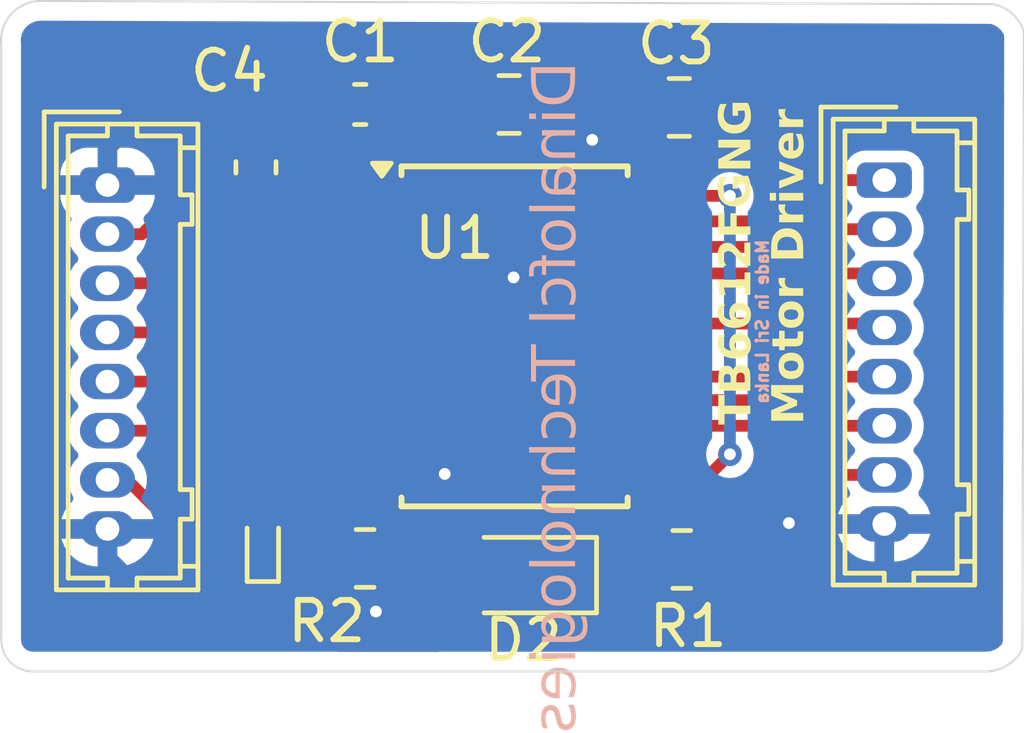
<source format=kicad_pcb>
(kicad_pcb (version 20240108) (generator "pcbnew") (generator_version "8.0")
  (layers (0 "F.Cu" signal) (31 "B.Cu" signal) (34 "B.Paste" user) (35 "F.Paste" user) (36 "B.SilkS" user "B.Silkscreen") (37 "F.SilkS" user "F.Silkscreen") (38 "B.Mask" user) (39 "F.Mask" user) (44 "Edge.Cuts" user))
  (net 0 "")
  (net 1 "GND")
  (net 2 "VM")
  (net 3 "Net-(C3-Pad1)")
  (net 4 "VCC")
  (net 5 "VMOT")
  (net 6 "Net-(D2-A)")
  (net 7 "/A01")
  (net 8 "/B02")
  (net 9 "/B01")
  (net 10 "/A02")
  (net 11 "/BIN2")
  (net 12 "/AIN2")
  (net 13 "/BIN1")
  (net 14 "/AIN1")
  (net 15 "/PWMA")
  (net 16 "/PWMB")
  (net 17 "/STBY")
  (footprint "Capacitor_SMD:C_0603_1608Metric_Pad1.08x0.95mm_HandSolder" (layer "F.Cu") (at 125.35 75.85 180)
    (property "Reference" "C1" (at 0 1.6 0) (layer "F.SilkS"))
    (property "Value" "0.1u" (hide yes))
    (fp_line (start -0.146267 0.51) (end 0.146267 0.51) (stroke (width 0.12)) (layer "F.SilkS"))
    (fp_line (start -0.146267 -0.51) (end 0.146267 -0.51) (stroke (width 0.12)) (layer "F.SilkS"))
    (pad "1" smd roundrect (at -0.8625 0 180) (size 1.075 0.95) (layers "F.Cu" "F.Paste" "F.Mask") (net 2 "VM"))
    (pad "2" smd roundrect (at 0.8625 0 180) (size 1.075 0.95) (layers "F.Cu" "F.Paste" "F.Mask") (net 1 "GND"))
  )
  (footprint "Capacitor_SMD:C_0603_1608Metric_Pad1.08x0.95mm_HandSolder" (layer "F.Cu") (at 122.7 77.45 90)
    (property "Reference" "C4" (at 2.45 -0.675 180) (layer "F.SilkS"))
    (property "Value" "0.1u" (hide yes))
    (fp_line (start -0.146267 -0.51) (end 0.146267 -0.51) (stroke (width 0.12)) (layer "F.SilkS"))
    (fp_line (start -0.146267 0.51) (end 0.146267 0.51) (stroke (width 0.12)) (layer "F.SilkS"))
    (pad "1" smd roundrect (at -0.8625 0 90) (size 1.075 0.95) (layers "F.Cu" "F.Paste" "F.Mask") (net 4 "VCC"))
    (pad "2" smd roundrect (at 0.8625 0 90) (size 1.075 0.95) (layers "F.Cu" "F.Paste" "F.Mask") (net 1 "GND"))
  )
  (footprint "Connector_Hirose:Hirose_DF13-08P-1.25DSA_1x08_P1.25mm_Vertical" (layer "F.Cu") (at 118.925 77.9 -90)
    (property "Reference" "J1" (hide yes))
    (property "Value" "Conn_01x08_Pin" (hide yes))
    (fp_line (start -1.86 1.61) (end 0.05 1.61) (stroke (width 0.12)) (layer "F.SilkS"))
    (fp_line (start -1.55 1.3) (end 10.3 1.3) (stroke (width 0.12)) (layer "F.SilkS"))
    (fp_line (start 10.3 1.3) (end 10.3 -2.3) (stroke (width 0.12)) (layer "F.SilkS"))
    (fp_line (start -1.25 1) (end 10 1) (stroke (width 0.12)) (layer "F.SilkS"))
    (fp_line (start 10 1) (end 10 0) (stroke (width 0.12)) (layer "F.SilkS"))
    (fp_line (start -1.55 0) (end -1.25 0) (stroke (width 0.12)) (layer "F.SilkS"))
    (fp_line (start -1.25 0) (end -1.25 1) (stroke (width 0.12)) (layer "F.SilkS"))
    (fp_line (start 10 0) (end 10.3 0) (stroke (width 0.12)) (layer "F.SilkS"))
    (fp_line (start -1.86 -0.3) (end -1.86 1.61) (stroke (width 0.12)) (layer "F.SilkS"))
    (fp_line (start -1.55 -0.75) (end -1.25 -0.75) (stroke (width 0.12)) (layer "F.SilkS"))
    (fp_line (start -1.25 -0.75) (end -1.25 -1.85) (stroke (width 0.12)) (layer "F.SilkS"))
    (fp_line (start 10 -0.75) (end 10 -1.85) (stroke (width 0.12)) (layer "F.SilkS"))
    (fp_line (start 10.3 -0.75) (end 10 -0.75) (stroke (width 0.12)) (layer "F.SilkS"))
    (fp_line (start -1.25 -1.85) (end -0.95 -1.85) (stroke (width 0.12)) (layer "F.SilkS"))
    (fp_line (start -0.95 -1.85) (end 0.25 -1.85) (stroke (width 0.12)) (layer "F.SilkS"))
    (fp_line (start -0.95 -1.85) (end -0.95 -2.3) (stroke (width 0.12)) (layer "F.SilkS"))
    (fp_line (start 0.25 -1.85) (end 0.25 -2.15) (stroke (width 0.12)) (layer "F.SilkS"))
    (fp_line (start 1 -1.85) (end 7.75 -1.85) (stroke (width 0.12)) (layer "F.SilkS"))
    (fp_line (start 7.75 -1.85) (end 7.75 -2.15) (stroke (width 0.12)) (layer "F.SilkS"))
    (fp_line (start 8.5 -1.85) (end 9.7 -1.85) (stroke (width 0.12)) (layer "F.SilkS"))
    (fp_line (start 9.7 -1.85) (end 9.7 -2.3) (stroke (width 0.12)) (layer "F.SilkS"))
    (fp_line (start 10 -1.85) (end 9.7 -1.85) (stroke (width 0.12)) (layer "F.SilkS"))
    (fp_line (start 0.25 -2.15) (end 1 -2.15) (stroke (width 0.12)) (layer "F.SilkS"))
    (fp_line (start 1 -2.15) (end 1 -1.85) (stroke (width 0.12)) (layer "F.SilkS"))
    (fp_line (start 7.75 -2.15) (end 8.5 -2.15) (stroke (width 0.12)) (layer "F.SilkS"))
    (fp_line (start 8.5 -2.15) (end 8.5 -1.85) (stroke (width 0.12)) (layer "F.SilkS"))
    (fp_line (start -1.55 -2.3) (end -1.55 1.3) (stroke (width 0.12)) (layer "F.SilkS"))
    (fp_line (start 10.3 -2.3) (end -1.55 -2.3) (stroke (width 0.12)) (layer "F.SilkS"))
    (pad "1" thru_hole roundrect (at 0 0 270) (size 0.9 1.4) (drill 0.6) (layers "*.Cu" "*.Mask") (net 1 "GND"))
    (pad "2" thru_hole oval (at 1.25 0 270) (size 0.9 1.4) (drill 0.6) (layers "*.Cu" "*.Mask") (net 4 "VCC"))
    (pad "3" thru_hole oval (at 2.5 0 270) (size 0.9 1.4) (drill 0.6) (layers "*.Cu" "*.Mask") (net 7 "/A01"))
    (pad "4" thru_hole oval (at 3.75 0 270) (size 0.9 1.4) (drill 0.6) (layers "*.Cu" "*.Mask") (net 10 "/A02"))
    (pad "5" thru_hole oval (at 5 0 270) (size 0.9 1.4) (drill 0.6) (layers "*.Cu" "*.Mask") (net 8 "/B02"))
    (pad "6" thru_hole oval (at 6.25 0 270) (size 0.9 1.4) (drill 0.6) (layers "*.Cu" "*.Mask") (net 9 "/B01"))
    (pad "7" thru_hole oval (at 7.5 0 270) (size 0.9 1.4) (drill 0.6) (layers "*.Cu" "*.Mask") (net 5 "VMOT"))
    (pad "8" thru_hole oval (at 8.75 0 270) (size 0.9 1.4) (drill 0.6) (layers "*.Cu" "*.Mask") (net 1 "GND"))
  )
  (footprint "Package_SO:SSOP-24_5.3x8.2mm_P0.65mm" (layer "F.Cu") (at 129.275 81.75)
    (property "Reference" "U1" (at -1.525 -2.5 0) (layer "F.SilkS"))
    (property "Value" "TB6612FNG" (hide yes))
    (fp_line (start -2.875 -4.325) (end -2.875 -4.1) (stroke (width 0.15)) (layer "F.SilkS"))
    (fp_line (start -2.875 -4.325) (end 2.875 -4.325) (stroke (width 0.15)) (layer "F.SilkS"))
    (fp_line (start -2.875 4.325) (end -2.875 4.1) (stroke (width 0.15)) (layer "F.SilkS"))
    (fp_line (start -2.875 4.325) (end 2.875 4.325) (stroke (width 0.15)) (layer "F.SilkS"))
    (fp_line (start 2.875 -4.325) (end 2.875 -4.1) (stroke (width 0.15)) (layer "F.SilkS"))
    (fp_line (start 2.875 4.325) (end 2.875 4.1) (stroke (width 0.15)) (layer "F.SilkS"))
    (fp_poly (pts (xy -3.375 -4.075) (xy -3.615 -4.405) (xy -3.135 -4.405) (xy -3.375 -4.075)) (stroke (width 0.12)) (fill solid) (layer "F.SilkS"))
    (pad "1" smd rect (at -3.6 -3.575) (size 1.75 0.45) (layers "F.Cu" "F.Paste" "F.Mask") (net 7 "/A01"))
    (pad "2" smd rect (at -3.6 -2.925) (size 1.75 0.45) (layers "F.Cu" "F.Paste" "F.Mask") (net 7 "/A01"))
    (pad "3" smd rect (at -3.6 -2.275) (size 1.75 0.45) (layers "F.Cu" "F.Paste" "F.Mask") (net 1 "GND"))
    (pad "4" smd rect (at -3.6 -1.625) (size 1.75 0.45) (layers "F.Cu" "F.Paste" "F.Mask") (net 1 "GND"))
    (pad "5" smd rect (at -3.6 -0.975) (size 1.75 0.45) (layers "F.Cu" "F.Paste" "F.Mask") (net 10 "/A02"))
    (pad "6" smd rect (at -3.6 -0.325) (size 1.75 0.45) (layers "F.Cu" "F.Paste" "F.Mask") (net 10 "/A02"))
    (pad "7" smd rect (at -3.6 0.325) (size 1.75 0.45) (layers "F.Cu" "F.Paste" "F.Mask") (net 8 "/B02"))
    (pad "8" smd rect (at -3.6 0.975) (size 1.75 0.45) (layers "F.Cu" "F.Paste" "F.Mask") (net 8 "/B02"))
    (pad "9" smd rect (at -3.6 1.625) (size 1.75 0.45) (layers "F.Cu" "F.Paste" "F.Mask") (net 1 "GND"))
    (pad "10" smd rect (at -3.6 2.275) (size 1.75 0.45) (layers "F.Cu" "F.Paste" "F.Mask") (net 1 "GND"))
    (pad "11" smd rect (at -3.6 2.925) (size 1.75 0.45) (layers "F.Cu" "F.Paste" "F.Mask") (net 9 "/B01"))
    (pad "12" smd rect (at -3.6 3.575) (size 1.75 0.45) (layers "F.Cu" "F.Paste" "F.Mask") (net 9 "/B01"))
    (pad "13" smd rect (at 3.6 3.575) (size 1.75 0.45) (layers "F.Cu" "F.Paste" "F.Mask") (net 2 "VM"))
    (pad "14" smd rect (at 3.6 2.925) (size 1.75 0.45) (layers "F.Cu" "F.Paste" "F.Mask") (net 2 "VM"))
    (pad "15" smd rect (at 3.6 2.275) (size 1.75 0.45) (layers "F.Cu" "F.Paste" "F.Mask") (net 16 "/PWMB"))
    (pad "16" smd rect (at 3.6 1.625) (size 1.75 0.45) (layers "F.Cu" "F.Paste" "F.Mask") (net 11 "/BIN2"))
    (pad "17" smd rect (at 3.6 0.975) (size 1.75 0.45) (layers "F.Cu" "F.Paste" "F.Mask") (net 13 "/BIN1"))
    (pad "18" smd rect (at 3.6 0.325) (size 1.75 0.45) (layers "F.Cu" "F.Paste" "F.Mask") (net 1 "GND"))
    (pad "19" smd rect (at 3.6 -0.325) (size 1.75 0.45) (layers "F.Cu" "F.Paste" "F.Mask") (net 17 "/STBY"))
    (pad "20" smd rect (at 3.6 -0.975) (size 1.75 0.45) (layers "F.Cu" "F.Paste" "F.Mask") (net 4 "VCC"))
    (pad "21" smd rect (at 3.6 -1.625) (size 1.75 0.45) (layers "F.Cu" "F.Paste" "F.Mask") (net 14 "/AIN1"))
    (pad "22" smd rect (at 3.6 -2.275) (size 1.75 0.45) (layers "F.Cu" "F.Paste" "F.Mask") (net 12 "/AIN2"))
    (pad "23" smd rect (at 3.6 -2.925) (size 1.75 0.45) (layers "F.Cu" "F.Paste" "F.Mask") (net 15 "/PWMA"))
    (pad "24" smd rect (at 3.6 -3.575) (size 1.75 0.45) (layers "F.Cu" "F.Paste" "F.Mask") (net 2 "VM"))
  )
  (footprint "Capacitor_SMD:C_0805_2012Metric_Pad1.18x1.45mm_HandSolder" (layer "F.Cu") (at 129.1375 75.85)
    (property "Reference" "C2" (at -0.0575 -1.6 0) (layer "F.SilkS"))
    (property "Value" "0.47u" (hide yes))
    (fp_line (start -0.261252 -0.735) (end 0.261252 -0.735) (stroke (width 0.12)) (layer "F.SilkS"))
    (fp_line (start -0.261252 0.735) (end 0.261252 0.735) (stroke (width 0.12)) (layer "F.SilkS"))
    (pad "1" smd roundrect (at -1.0375 0) (size 1.175 1.45) (layers "F.Cu" "F.Paste" "F.Mask") (roundrect_rratio 0.212766) (net 2 "VM"))
    (pad "2" smd roundrect (at 1.0375 0) (size 1.175 1.45) (layers "F.Cu" "F.Paste" "F.Mask") (roundrect_rratio 0.212766) (net 1 "GND"))
  )
  (footprint "Connector_Hirose:Hirose_DF13-08P-1.25DSA_1x08_P1.25mm_Vertical" (layer "F.Cu") (at 138.675 77.775 -90)
    (property "Reference" "J2" (hide yes))
    (property "Value" "Conn_01x08_Pin" (hide yes))
    (fp_line (start -1.86 1.61) (end 0.05 1.61) (stroke (width 0.12)) (layer "F.SilkS"))
    (fp_line (start -1.55 1.3) (end 10.3 1.3) (stroke (width 0.12)) (layer "F.SilkS"))
    (fp_line (start 10.3 1.3) (end 10.3 -2.3) (stroke (width 0.12)) (layer "F.SilkS"))
    (fp_line (start -1.25 1) (end 10 1) (stroke (width 0.12)) (layer "F.SilkS"))
    (fp_line (start 10 1) (end 10 0) (stroke (width 0.12)) (layer "F.SilkS"))
    (fp_line (start -1.55 0) (end -1.25 0) (stroke (width 0.12)) (layer "F.SilkS"))
    (fp_line (start -1.25 0) (end -1.25 1) (stroke (width 0.12)) (layer "F.SilkS"))
    (fp_line (start 10 0) (end 10.3 0) (stroke (width 0.12)) (layer "F.SilkS"))
    (fp_line (start -1.86 -0.3) (end -1.86 1.61) (stroke (width 0.12)) (layer "F.SilkS"))
    (fp_line (start -1.55 -0.75) (end -1.25 -0.75) (stroke (width 0.12)) (layer "F.SilkS"))
    (fp_line (start -1.25 -0.75) (end -1.25 -1.85) (stroke (width 0.12)) (layer "F.SilkS"))
    (fp_line (start 10 -0.75) (end 10 -1.85) (stroke (width 0.12)) (layer "F.SilkS"))
    (fp_line (start 10.3 -0.75) (end 10 -0.75) (stroke (width 0.12)) (layer "F.SilkS"))
    (fp_line (start -1.25 -1.85) (end -0.95 -1.85) (stroke (width 0.12)) (layer "F.SilkS"))
    (fp_line (start -0.95 -1.85) (end 0.25 -1.85) (stroke (width 0.12)) (layer "F.SilkS"))
    (fp_line (start -0.95 -1.85) (end -0.95 -2.3) (stroke (width 0.12)) (layer "F.SilkS"))
    (fp_line (start 0.25 -1.85) (end 0.25 -2.15) (stroke (width 0.12)) (layer "F.SilkS"))
    (fp_line (start 1 -1.85) (end 7.75 -1.85) (stroke (width 0.12)) (layer "F.SilkS"))
    (fp_line (start 7.75 -1.85) (end 7.75 -2.15) (stroke (width 0.12)) (layer "F.SilkS"))
    (fp_line (start 8.5 -1.85) (end 9.7 -1.85) (stroke (width 0.12)) (layer "F.SilkS"))
    (fp_line (start 9.7 -1.85) (end 9.7 -2.3) (stroke (width 0.12)) (layer "F.SilkS"))
    (fp_line (start 10 -1.85) (end 9.7 -1.85) (stroke (width 0.12)) (layer "F.SilkS"))
    (fp_line (start 0.25 -2.15) (end 1 -2.15) (stroke (width 0.12)) (layer "F.SilkS"))
    (fp_line (start 1 -2.15) (end 1 -1.85) (stroke (width 0.12)) (layer "F.SilkS"))
    (fp_line (start 7.75 -2.15) (end 8.5 -2.15) (stroke (width 0.12)) (layer "F.SilkS"))
    (fp_line (start 8.5 -2.15) (end 8.5 -1.85) (stroke (width 0.12)) (layer "F.SilkS"))
    (fp_line (start -1.55 -2.3) (end -1.55 1.3) (stroke (width 0.12)) (layer "F.SilkS"))
    (fp_line (start 10.3 -2.3) (end -1.55 -2.3) (stroke (width 0.12)) (layer "F.SilkS"))
    (pad "1" thru_hole roundrect (at 0 0 270) (size 0.9 1.4) (drill 0.6) (layers "*.Cu" "*.Mask") (net 15 "/PWMA"))
    (pad "2" thru_hole oval (at 1.25 0 270) (size 0.9 1.4) (drill 0.6) (layers "*.Cu" "*.Mask") (net 12 "/AIN2"))
    (pad "3" thru_hole oval (at 2.5 0 270) (size 0.9 1.4) (drill 0.6) (layers "*.Cu" "*.Mask") (net 14 "/AIN1"))
    (pad "4" thru_hole oval (at 3.75 0 270) (size 0.9 1.4) (drill 0.6) (layers "*.Cu" "*.Mask") (net 17 "/STBY"))
    (pad "5" thru_hole oval (at 5 0 270) (size 0.9 1.4) (drill 0.6) (layers "*.Cu" "*.Mask") (net 13 "/BIN1"))
    (pad "6" thru_hole oval (at 6.25 0 270) (size 0.9 1.4) (drill 0.6) (layers "*.Cu" "*.Mask") (net 11 "/BIN2"))
    (pad "7" thru_hole oval (at 7.5 0 270) (size 0.9 1.4) (drill 0.6) (layers "*.Cu" "*.Mask") (net 16 "/PWMB"))
    (pad "8" thru_hole oval (at 8.75 0 270) (size 0.9 1.4) (drill 0.6) (layers "*.Cu" "*.Mask") (net 1 "GND"))
  )
  (footprint "Diode_SMD:D_SOD-923" (layer "F.Cu") (at 122.875 87.1275 90)
    (property "Reference" "D1" (hide yes))
    (property "Value" "SZESD9B5.0ST5G" (hide yes))
    (fp_line (start 0.5 -0.4) (end -0.86 -0.4) (stroke (width 0.12)) (layer "F.SilkS"))
    (fp_line (start -0.86 -0.4) (end -0.86 0.4) (stroke (width 0.12)) (layer "F.SilkS"))
    (fp_line (start 0.5 0.4) (end -0.86 0.4) (stroke (width 0.12)) (layer "F.SilkS"))
    (pad "1" smd roundrect (at -0.42 0 270) (size 0.36 0.25) (layers "F.Cu" "F.Paste" "F.Mask") (net 5 "VMOT"))
    (pad "2" smd roundrect (at 0.42 0 270) (size 0.36 0.25) (layers "F.Cu" "F.Paste" "F.Mask") (net 2 "VM"))
  )
  (footprint "Diode_SMD:D_0805_2012Metric_Pad1.15x1.40mm_HandSolder" (layer "F.Cu") (at 129.5 87.825 180)
    (property "Reference" "D2" (at 0 -1.65 0) (layer "F.SilkS"))
    (property "Value" "D_Zener" (hide yes))
    (fp_line (start 1 -0.96) (end -1.86 -0.96) (stroke (width 0.12)) (layer "F.SilkS"))
    (fp_line (start -1.86 0.96) (end 1 0.96) (stroke (width 0.12)) (layer "F.SilkS"))
    (fp_line (start -1.86 -0.96) (end -1.86 0.96) (stroke (width 0.12)) (layer "F.SilkS"))
    (pad "1" smd roundrect (at -1.025 0 180) (size 1.15 1.4) (layers "F.Cu" "F.Paste" "F.Mask") (roundrect_rratio 0.217391) (net 2 "VM"))
    (pad "2" smd roundrect (at 1.025 0 180) (size 1.15 1.4) (layers "F.Cu" "F.Paste" "F.Mask") (roundrect_rratio 0.217391) (net 6 "Net-(D2-A)"))
  )
  (footprint "Capacitor_SMD:C_0805_2012Metric_Pad1.18x1.45mm_HandSolder" (layer "F.Cu") (at 133.4625 75.925 180)
    (property "Reference" "C3" (at 0.075 1.625 0) (layer "F.SilkS"))
    (property "Value" "10u" (hide yes))
    (fp_line (start -0.261252 0.735) (end 0.261252 0.735) (stroke (width 0.12)) (layer "F.SilkS"))
    (fp_line (start -0.261252 -0.735) (end 0.261252 -0.735) (stroke (width 0.12)) (layer "F.SilkS"))
    (pad "1" smd roundrect (at -1.0375 0 180) (size 1.175 1.45) (layers "F.Cu" "F.Paste" "F.Mask") (roundrect_rratio 0.212766) (net 3 "Net-(C3-Pad1)"))
    (pad "2" smd roundrect (at 1.0375 0 180) (size 1.175 1.45) (layers "F.Cu" "F.Paste" "F.Mask") (roundrect_rratio 0.212766) (net 1 "GND"))
  )
  (footprint "Resistor_SMD:R_0805_2012Metric" (layer "F.Cu") (at 125.475 87.4)
    (property "Reference" "R2" (at -0.975 1.6 0) (layer "F.SilkS"))
    (property "Value" "100k" (hide yes))
    (fp_line (start -0.227064 -0.735) (end 0.227064 -0.735) (stroke (width 0.12)) (layer "F.SilkS"))
    (fp_line (start -0.227064 0.735) (end 0.227064 0.735) (stroke (width 0.12)) (layer "F.SilkS"))
    (pad "1" smd roundrect (at -0.9125 0) (size 1.025 1.4) (layers "F.Cu" "F.Paste" "F.Mask") (roundrect_rratio 0.243902) (net 6 "Net-(D2-A)"))
    (pad "2" smd roundrect (at 0.9125 0) (size 1.025 1.4) (layers "F.Cu" "F.Paste" "F.Mask") (roundrect_rratio 0.243902) (net 1 "GND"))
  )
  (footprint "Resistor_SMD:R_0805_2012Metric" (layer "F.Cu") (at 133.525 87.425)
    (property "Reference" "R1" (at 0.1625 1.7 0) (layer "F.SilkS"))
    (property "Value" "1" (hide yes))
    (fp_line (start -0.227064 -0.735) (end 0.227064 -0.735) (stroke (width 0.12)) (layer "F.SilkS"))
    (fp_line (start -0.227064 0.735) (end 0.227064 0.735) (stroke (width 0.12)) (layer "F.SilkS"))
    (pad "1" smd roundrect (at -0.9125 0) (size 1.025 1.4) (layers "F.Cu" "F.Paste" "F.Mask") (roundrect_rratio 0.243902) (net 2 "VM"))
    (pad "2" smd roundrect (at 0.9125 0) (size 1.025 1.4) (layers "F.Cu" "F.Paste" "F.Mask") (roundrect_rratio 0.243902) (net 3 "Net-(C3-Pad1)"))
  )
  (gr_arc (start 117.025 90.275) (mid 116.459315 90.040685) (end 116.225 89.475) (stroke (width 0.05)) (layer "Edge.Cuts"))
  (gr_line (start 116.225 74.35) (end 116.225 89.475) (stroke (width 0.05)) (layer "Edge.Cuts"))
  (gr_line (start 117.225 73.217218) (end 141.445362 73.298772) (stroke (width 0.05)) (layer "Edge.Cuts"))
  (gr_arc (start 142.185366 89.704675) (mid 141.776579 90.134787) (end 141.2 90.274999) (stroke (width 0.05)) (layer "Edge.Cuts"))
  (gr_arc (start 116.225 74.35) (mid 116.469488 73.558047) (end 117.225 73.217218) (stroke (width 0.05)) (layer "Edge.Cuts"))
  (gr_line (start 142.225 74) (end 142.185366 89.704675) (stroke (width 0.05)) (layer "Edge.Cuts"))
  (gr_line (start 117.025 90.275) (end 141.2 90.275) (stroke (width 0.05)) (layer "Edge.Cuts"))
  (gr_arc (start 141.445362 73.298772) (mid 141.932178 73.541543) (end 142.225 74) (stroke (width 0.05)) (layer "Edge.Cuts"))
  (gr_text "Dinalofcl Technologies" (at 131 74.75 90) (layer "B.SilkS") (effects (font (size 1.1 1.1) (thickness 0.1)) (justify left bottom mirror)))
  (gr_text "Made in Sri Lanka" (at 135.75 79.25 90) (layer "B.SilkS") (effects (font (size 0.3 0.3) (thickness 0.075) (bold yes)) (justify left bottom mirror)))
  (gr_text "TB6612FGNG\nMotor Driver\n" (at 136.75 84 90) (layer "F.SilkS") (effects (font (size 0.8 0.8) (thickness 0.125) (bold yes)) (justify left bottom)))
  (segment (start 128.75 83.375) (end 130.275 83.375) (width 0.3) (layer "F.Cu") (net 1))
  (segment (start 131.25 76.75) (end 131.25 75.85) (width 0.3) (layer "F.Cu") (net 1))
  (segment (start 125.75 88.75) (end 126.25 88.75) (width 0.5) (layer "F.Cu") (net 1))
  (segment (start 138.65 86.5) (end 138.675 86.525) (width 0.3) (layer "F.Cu") (net 1))
  (segment (start 118.925 77.9) (end 118.925 77.05) (width 0.3) (layer "F.Cu") (net 1))
  (segment (start 131.25 75.85) (end 132.35 75.85) (width 0.3) (layer "F.Cu") (net 1))
  (segment (start 127.5 85) (end 127.5 85.25) (width 0.3) (layer "F.Cu") (net 1))
  (segment (start 128.5 80.25) (end 129.25 80.25) (width 0.3) (layer "F.Cu") (net 1))
  (segment (start 130.175 75.85) (end 131.25 75.85) (width 0.3) (layer "F.Cu") (net 1))
  (segment (start 128.5 80.25) (end 128.75 80.5) (width 0.3) (layer "F.Cu") (net 1))
  (segment (start 123.75 76.5875) (end 124.4875 75.85) (width 0.3) (layer "F.Cu") (net 1))
  (segment (start 130.275 83.375) (end 131.575 82.075) (width 0.3) (layer "F.Cu") (net 1))
  (segment (start 126.3875 88.6125) (end 126.25 88.75) (width 0.5) (layer "F.Cu") (net 1))
  (segment (start 136.25 86.5) (end 138.65 86.5) (width 0.3) (layer "F.Cu") (net 1))
  (segment (start 126.75 87.4) (end 126.3875 87.4) (width 0.3) (layer "F.Cu") (net 1))
  (segment (start 127.5 84.675) (end 127.5 85) (width 0.3) (layer "F.Cu") (net 1))
  (segment (start 118.925 77.05) (end 119.3875 76.5875) (width 0.3) (layer "F.Cu") (net 1))
  (segment (start 125.675 80.125) (end 128.375 80.125) (width 0.3) (layer "F.Cu") (net 1))
  (segment (start 132.35 75.85) (end 132.425 75.925) (width 0.3) (layer "F.Cu") (net 1))
  (segment (start 125.675 83.375) (end 125.675 84.025) (width 0.3) (layer "F.Cu") (net 1))
  (segment (start 122.7 76.5875) (end 123.75 76.5875) (width 0.3) (layer "F.Cu") (net 1))
  (segment (start 132.875 82.075) (end 131.575 82.075) (width 0.3) (layer "F.Cu") (net 1))
  (segment (start 128.375 80.125) (end 128.4 80.15) (width 0.3) (layer "F.Cu") (net 1))
  (segment (start 125.675 83.375) (end 128.75 83.375) (width 0.3) (layer "F.Cu") (net 1))
  (segment (start 128.75 80.5) (end 128.75 83.375) (width 0.3) (layer "F.Cu") (net 1))
  (segment (start 119.3875 76.5875) (end 122.7 76.5875) (width 0.3) (layer "F.Cu") (net 1))
  (segment (start 126.85 84.025) (end 127.5 84.675) (width 0.3) (layer "F.Cu") (net 1))
  (segment (start 126.3875 87.4) (end 126.3875 88.6125) (width 0.5) (layer "F.Cu") (net 1))
  (segment (start 125.675 79.475) (end 125.675 80.125) (width 0.3) (layer "F.Cu") (net 1))
  (segment (start 125.675 84.025) (end 126.85 84.025) (width 0.3) (layer "F.Cu") (net 1))
  (via (at 129.25 80.25) (size 0.6) (drill 0.3) (layers "F.Cu" "B.Cu") (net 1))
  (via (at 136.25 86.5) (size 1) (drill 0.3) (layers "F.Cu" "B.Cu") (net 1))
  (via (at 127.5 85.25) (size 1) (drill 0.3) (layers "F.Cu" "B.Cu") (net 1))
  (via (at 131.25 76.75) (size 0.6) (drill 0.3) (layers "F.Cu" "B.Cu") (net 1))
  (via (at 125.75 88.75) (size 0.6) (drill 0.3) (layers "F.Cu" "B.Cu") (net 1))
  (segment (start 120.25 88.75) (end 125.75 88.75) (width 0.5) (layer "B.Cu") (net 1))
  (segment (start 118.925 87.425) (end 120.25 88.75) (width 0.5) (layer "B.Cu") (net 1))
  (segment (start 129.25 80.25) (end 129.75 79.75) (width 0.3) (layer "B.Cu") (net 1))
  (segment (start 129.75 79.75) (end 129.75 79.25) (width 0.3) (layer "B.Cu") (net 1))
  (segment (start 129.75 79.25) (end 130 79) (width 0.3) (layer "B.Cu") (net 1))
  (segment (start 131.25 77.75) (end 131.25 76.75) (width 0.3) (layer "B.Cu") (net 1))
  (segment (start 118.925 86.65) (end 118.925 87.425) (width 0.5) (layer "B.Cu") (net 1))
  (segment (start 130 79) (end 131.25 77.75) (width 0.3) (layer "B.Cu") (net 1))
  (segment (start 122.875 86.7075) (end 123.4825 86.1) (width 0.3) (layer "F.Cu") (net 2))
  (segment (start 129.225 78.175) (end 132.875 78.175) (width 0.3) (layer "F.Cu") (net 2))
  (segment (start 130.525 87.825) (end 132.2125 87.825) (width 0.3) (layer "F.Cu") (net 2))
  (segment (start 132.6125 87.425) (end 132.6125 86.1625) (width 0.3) (layer "F.Cu") (net 2))
  (segment (start 130.525 86.725) (end 130.525 87.825) (width 0.3) (layer "F.Cu") (net 2))
  (segment (start 128.1 77.05) (end 129.225 78.175) (width 0.3) (layer "F.Cu") (net 2))
  (segment (start 134.75 78.175) (end 132.875 78.175) (width 0.3) (layer "F.Cu") (net 2))
  (segment (start 132.875 85.325) (end 132.875 84.675) (width 0.3) (layer "F.Cu") (net 2))
  (segment (start 126.2125 75.85) (end 128.1 75.85) (width 0.3) (layer "F.Cu") (net 2))
  (segment (start 132.2125 87.825) (end 132.6125 87.425) (width 0.3) (layer "F.Cu") (net 2))
  (segment (start 132.875 85.325) (end 134.175 85.325) (width 0.3) (layer "F.Cu") (net 2))
  (segment (start 132.875 85.9) (end 132.875 85.325) (width 0.3) (layer "F.Cu") (net 2))
  (segment (start 134.175 85.325) (end 134.75 84.75) (width 0.3) (layer "F.Cu") (net 2))
  (segment (start 123.4825 86.1) (end 129.9 86.1) (width 0.3) (layer "F.Cu") (net 2))
  (segment (start 128.1 75.85) (end 128.1 77.05) (width 0.3) (layer "F.Cu") (net 2))
  (segment (start 129.9 86.1) (end 130.525 86.725) (width 0.3) (layer "F.Cu") (net 2))
  (segment (start 132.6125 86.1625) (end 132.875 85.9) (width 0.3) (layer "F.Cu") (net 2))
  (via (at 134.75 78.175) (size 0.6) (drill 0.3) (layers "F.Cu" "B.Cu") (net 2))
  (via (at 134.75 84.75) (size 0.6) (drill 0.3) (layers "F.Cu" "B.Cu") (net 2))
  (segment (start 134.75 84.75) (end 134.75 78.175) (width 0.3) (layer "B.Cu") (net 2))
  (segment (start 141.535903 89.491127) (end 141.570896 75.62499) (width 0.3) (layer "F.Cu") (net 3))
  (segment (start 136.35 89.575) (end 141.431707 89.575) (width 0.3) (layer "F.Cu") (net 3))
  (segment (start 134.4375 87.6625) (end 136.35 89.575) (width 0.3) (layer "F.Cu") (net 3))
  (segment (start 134.4375 87.425) (end 134.4375 87.6625) (width 0.3) (layer "F.Cu") (net 3))
  (segment (start 141.570896 75.620896) (end 140.825 74.875) (width 0.3) (layer "F.Cu") (net 3))
  (segment (start 135.725 74.875) (end 134.675 75.925) (width 0.3) (layer "F.Cu") (net 3))
  (segment (start 141.475136 89.549864) (end 141.479955 89.547075) (width 0.3) (layer "F.Cu") (net 3))
  (segment (start 141.431707 89.575) (end 141.475136 89.549864) (width 0.3) (layer "F.Cu") (net 3))
  (segment (start 141.479955 89.547075) (end 141.535903 89.491127) (width 0.3) (layer "F.Cu") (net 3))
  (segment (start 134.675 75.925) (end 134.5 75.925) (width 0.3) (layer "F.Cu") (net 3))
  (segment (start 140.825 74.875) (end 135.725 74.875) (width 0.3) (layer "F.Cu") (net 3))
  (segment (start 141.570896 75.62499) (end 141.570896 75.620896) (width 0.3) (layer "F.Cu") (net 3))
  (segment (start 124.8 77.3) (end 127.25 77.3) (width 0.3) (layer "F.Cu") (net 4))
  (segment (start 119.8 79.15) (end 120.6375 78.3125) (width 0.3) (layer "F.Cu") (net 4))
  (segment (start 123.7875 78.3125) (end 124.8 77.3) (width 0.3) (layer "F.Cu") (net 4))
  (segment (start 118.925 79.15) (end 119.8 79.15) (width 0.3) (layer "F.Cu") (net 4))
  (segment (start 120.6375 78.3125) (end 122.7 78.3125) (width 0.3) (layer "F.Cu") (net 4))
  (segment (start 130.725 80.775) (end 132.875 80.775) (width 0.3) (layer "F.Cu") (net 4))
  (segment (start 127.25 77.3) (end 130.725 80.775) (width 0.3) (layer "F.Cu") (net 4))
  (segment (start 122.7 78.3125) (end 123.7875 78.3125) (width 0.3) (layer "F.Cu") (net 4))
  (segment (start 121.5725 87.5475) (end 122.875 87.5475) (width 0.3) (layer "F.Cu") (net 5))
  (segment (start 119.425 85.4) (end 121.5725 87.5475) (width 0.3) (layer "F.Cu") (net 5))
  (segment (start 118.925 85.4) (end 119.425 85.4) (width 0.3) (layer "F.Cu") (net 5))
  (segment (start 127.25 89.625) (end 124.825 89.625) (width 0.3) (layer "F.Cu") (net 6))
  (segment (start 124.5625 89.3625) (end 124.5625 87.4) (width 0.3) (layer "F.Cu") (net 6))
  (segment (start 128.475 87.825) (end 128.475 88.45) (width 0.3) (layer "F.Cu") (net 6))
  (segment (start 124.825 89.625) (end 124.5625 89.3625) (width 0.3) (layer "F.Cu") (net 6))
  (segment (start 128.475 88.45) (end 127.3 89.625) (width 0.3) (layer "F.Cu") (net 6))
  (segment (start 127.3 89.625) (end 127.25 89.625) (width 0.3) (layer "F.Cu") (net 6))
  (segment (start 118.925 80.4) (end 123.1 80.4) (width 0.3) (layer "F.Cu") (net 7))
  (segment (start 124.675 78.825) (end 125.675 78.825) (width 0.3) (layer "F.Cu") (net 7))
  (segment (start 123.1 80.4) (end 124.675 78.825) (width 0.3) (layer "F.Cu") (net 7))
  (segment (start 125.675 78.175) (end 125.675 78.825) (width 0.3) (layer "F.Cu") (net 7))
  (segment (start 118.925 82.9) (end 123.675 82.9) (width 0.3) (layer "F.Cu") (net 8))
  (segment (start 125.675 82.725) (end 125.675 82.075) (width 0.3) (layer "F.Cu") (net 8))
  (segment (start 123.675 82.9) (end 124.5 82.075) (width 0.3) (layer "F.Cu") (net 8))
  (segment (start 124.5 82.075) (end 125.675 82.075) (width 0.3) (layer "F.Cu") (net 8))
  (segment (start 122.9 84.675) (end 122.375 84.15) (width 0.3) (layer "F.Cu") (net 9))
  (segment (start 122.375 84.15) (end 118.925 84.15) (width 0.3) (layer "F.Cu") (net 9))
  (segment (start 125.675 84.675) (end 125.675 85.325) (width 0.3) (layer "F.Cu") (net 9))
  (segment (start 125.675 84.675) (end 122.9 84.675) (width 0.3) (layer "F.Cu") (net 9))
  (segment (start 124.475 80.775) (end 125.675 80.775) (width 0.3) (layer "F.Cu") (net 10))
  (segment (start 118.925 81.65) (end 123.6 81.65) (width 0.3) (layer "F.Cu") (net 10))
  (segment (start 123.6 81.65) (end 124.475 80.775) (width 0.3) (layer "F.Cu") (net 10))
  (segment (start 125.675 81.425) (end 125.675 80.775) (width 0.3) (layer "F.Cu") (net 10))
  (segment (start 136.5 84.025) (end 135.85 83.375) (width 0.3) (layer "F.Cu") (net 11))
  (segment (start 138.675 84.025) (end 136.5 84.025) (width 0.3) (layer "F.Cu") (net 11))
  (segment (start 135.85 83.375) (end 132.875 83.375) (width 0.3) (layer "F.Cu") (net 11))
  (segment (start 132.875 79.475) (end 136.2 79.475) (width 0.3) (layer "F.Cu") (net 12))
  (segment (start 136.65 79.025) (end 138.675 79.025) (width 0.3) (layer "F.Cu") (net 12))
  (segment (start 136.2 79.475) (end 136.65 79.025) (width 0.3) (layer "F.Cu") (net 12))
  (segment (start 138.675 82.775) (end 132.925 82.775) (width 0.3) (layer "F.Cu") (net 13))
  (segment (start 132.925 82.775) (end 132.875 82.725) (width 0.3) (layer "F.Cu") (net 13))
  (segment (start 132.9 80.15) (end 138.55 80.15) (width 0.3) (layer "F.Cu") (net 14))
  (segment (start 138.55 80.15) (end 138.675 80.275) (width 0.3) (layer "F.Cu") (net 14))
  (segment (start 132.875 80.125) (end 132.9 80.15) (width 0.3) (layer "F.Cu") (net 14))
  (segment (start 137.192894 77.775) (end 137.2 77.775) (width 0.3) (layer "F.Cu") (net 15))
  (segment (start 137.2 77.775) (end 138.675 77.775) (width 0.3) (layer "F.Cu") (net 15))
  (segment (start 132.875 78.825) (end 136.142894 78.825) (width 0.3) (layer "F.Cu") (net 15))
  (segment (start 136.142894 78.825) (end 137.192894 77.775) (width 0.3) (layer "F.Cu") (net 15))
  (segment (start 136.875 85.275) (end 138.675 85.275) (width 0.3) (layer "F.Cu") (net 16))
  (segment (start 132.875 84.025) (end 135.625 84.025) (width 0.3) (layer "F.Cu") (net 16))
  (segment (start 135.625 84.025) (end 136.875 85.275) (width 0.3) (layer "F.Cu") (net 16))
  (segment (start 132.875 81.425) (end 138.575 81.425) (width 0.3) (layer "F.Cu") (net 17))
  (segment (start 138.575 81.425) (end 138.675 81.525) (width 0.3) (layer "F.Cu") (net 17))
  (zone (net 1) (net_name "GND") (layer "B.Cu") (connect_pads (clearance 0.3)) (min_thickness 0.25) (fill yes (thermal_gap 0.5) (thermal_bridge_width 0.5))
    (polygon (pts (xy 116.35 73.31) (xy 142.185 73.51) (xy 142 90.14) (xy 116.29 90.2)))
  )
)
</source>
